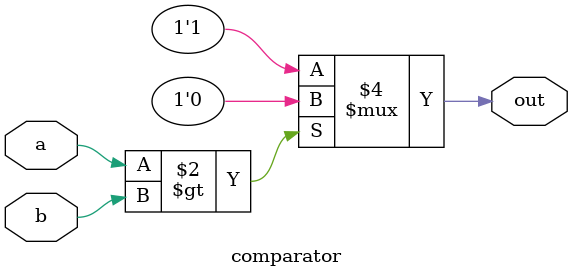
<source format=v>
module comparator(a,b,out);
input a,b;
output reg out;

always@(*)
begin
if(a>b)
	out = 0;
else
	out = 1;

end
endmodule


</source>
